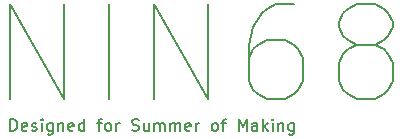
<source format=gto>
%TF.GenerationSoftware,KiCad,Pcbnew,5.1.6-c6e7f7d~87~ubuntu20.04.1*%
%TF.CreationDate,2020-07-22T13:43:27-07:00*%
%TF.ProjectId,keeb,6b656562-2e6b-4696-9361-645f70636258,rev?*%
%TF.SameCoordinates,Original*%
%TF.FileFunction,Legend,Top*%
%TF.FilePolarity,Positive*%
%FSLAX46Y46*%
G04 Gerber Fmt 4.6, Leading zero omitted, Abs format (unit mm)*
G04 Created by KiCad (PCBNEW 5.1.6-c6e7f7d~87~ubuntu20.04.1) date 2020-07-22 13:43:27*
%MOMM*%
%LPD*%
G01*
G04 APERTURE LIST*
%ADD10C,0.150000*%
G04 APERTURE END LIST*
D10*
X-276320000Y267427619D02*
X-276320000Y268427619D01*
X-276081904Y268427619D01*
X-275939047Y268380000D01*
X-275843809Y268284761D01*
X-275796190Y268189523D01*
X-275748571Y267999047D01*
X-275748571Y267856190D01*
X-275796190Y267665714D01*
X-275843809Y267570476D01*
X-275939047Y267475238D01*
X-276081904Y267427619D01*
X-276320000Y267427619D01*
X-274939047Y267475238D02*
X-275034285Y267427619D01*
X-275224761Y267427619D01*
X-275320000Y267475238D01*
X-275367619Y267570476D01*
X-275367619Y267951428D01*
X-275320000Y268046666D01*
X-275224761Y268094285D01*
X-275034285Y268094285D01*
X-274939047Y268046666D01*
X-274891428Y267951428D01*
X-274891428Y267856190D01*
X-275367619Y267760952D01*
X-274510476Y267475238D02*
X-274415238Y267427619D01*
X-274224761Y267427619D01*
X-274129523Y267475238D01*
X-274081904Y267570476D01*
X-274081904Y267618095D01*
X-274129523Y267713333D01*
X-274224761Y267760952D01*
X-274367619Y267760952D01*
X-274462857Y267808571D01*
X-274510476Y267903809D01*
X-274510476Y267951428D01*
X-274462857Y268046666D01*
X-274367619Y268094285D01*
X-274224761Y268094285D01*
X-274129523Y268046666D01*
X-273653333Y267427619D02*
X-273653333Y268094285D01*
X-273653333Y268427619D02*
X-273700952Y268380000D01*
X-273653333Y268332380D01*
X-273605714Y268380000D01*
X-273653333Y268427619D01*
X-273653333Y268332380D01*
X-272748571Y268094285D02*
X-272748571Y267284761D01*
X-272796190Y267189523D01*
X-272843809Y267141904D01*
X-272939047Y267094285D01*
X-273081904Y267094285D01*
X-273177142Y267141904D01*
X-272748571Y267475238D02*
X-272843809Y267427619D01*
X-273034285Y267427619D01*
X-273129523Y267475238D01*
X-273177142Y267522857D01*
X-273224761Y267618095D01*
X-273224761Y267903809D01*
X-273177142Y267999047D01*
X-273129523Y268046666D01*
X-273034285Y268094285D01*
X-272843809Y268094285D01*
X-272748571Y268046666D01*
X-272272380Y268094285D02*
X-272272380Y267427619D01*
X-272272380Y267999047D02*
X-272224761Y268046666D01*
X-272129523Y268094285D01*
X-271986666Y268094285D01*
X-271891428Y268046666D01*
X-271843809Y267951428D01*
X-271843809Y267427619D01*
X-270986666Y267475238D02*
X-271081904Y267427619D01*
X-271272380Y267427619D01*
X-271367619Y267475238D01*
X-271415238Y267570476D01*
X-271415238Y267951428D01*
X-271367619Y268046666D01*
X-271272380Y268094285D01*
X-271081904Y268094285D01*
X-270986666Y268046666D01*
X-270939047Y267951428D01*
X-270939047Y267856190D01*
X-271415238Y267760952D01*
X-270081904Y267427619D02*
X-270081904Y268427619D01*
X-270081904Y267475238D02*
X-270177142Y267427619D01*
X-270367619Y267427619D01*
X-270462857Y267475238D01*
X-270510476Y267522857D01*
X-270558095Y267618095D01*
X-270558095Y267903809D01*
X-270510476Y267999047D01*
X-270462857Y268046666D01*
X-270367619Y268094285D01*
X-270177142Y268094285D01*
X-270081904Y268046666D01*
X-268986666Y268094285D02*
X-268605714Y268094285D01*
X-268843809Y267427619D02*
X-268843809Y268284761D01*
X-268796190Y268380000D01*
X-268700952Y268427619D01*
X-268605714Y268427619D01*
X-268129523Y267427619D02*
X-268224761Y267475238D01*
X-268272380Y267522857D01*
X-268320000Y267618095D01*
X-268320000Y267903809D01*
X-268272380Y267999047D01*
X-268224761Y268046666D01*
X-268129523Y268094285D01*
X-267986666Y268094285D01*
X-267891428Y268046666D01*
X-267843809Y267999047D01*
X-267796190Y267903809D01*
X-267796190Y267618095D01*
X-267843809Y267522857D01*
X-267891428Y267475238D01*
X-267986666Y267427619D01*
X-268129523Y267427619D01*
X-267367619Y267427619D02*
X-267367619Y268094285D01*
X-267367619Y267903809D02*
X-267320000Y267999047D01*
X-267272380Y268046666D01*
X-267177142Y268094285D01*
X-267081904Y268094285D01*
X-266034285Y267475238D02*
X-265891428Y267427619D01*
X-265653333Y267427619D01*
X-265558095Y267475238D01*
X-265510476Y267522857D01*
X-265462857Y267618095D01*
X-265462857Y267713333D01*
X-265510476Y267808571D01*
X-265558095Y267856190D01*
X-265653333Y267903809D01*
X-265843809Y267951428D01*
X-265939047Y267999047D01*
X-265986666Y268046666D01*
X-266034285Y268141904D01*
X-266034285Y268237142D01*
X-265986666Y268332380D01*
X-265939047Y268380000D01*
X-265843809Y268427619D01*
X-265605714Y268427619D01*
X-265462857Y268380000D01*
X-264605714Y268094285D02*
X-264605714Y267427619D01*
X-265034285Y268094285D02*
X-265034285Y267570476D01*
X-264986666Y267475238D01*
X-264891428Y267427619D01*
X-264748571Y267427619D01*
X-264653333Y267475238D01*
X-264605714Y267522857D01*
X-264129523Y267427619D02*
X-264129523Y268094285D01*
X-264129523Y267999047D02*
X-264081904Y268046666D01*
X-263986666Y268094285D01*
X-263843809Y268094285D01*
X-263748571Y268046666D01*
X-263700952Y267951428D01*
X-263700952Y267427619D01*
X-263700952Y267951428D02*
X-263653333Y268046666D01*
X-263558095Y268094285D01*
X-263415238Y268094285D01*
X-263320000Y268046666D01*
X-263272380Y267951428D01*
X-263272380Y267427619D01*
X-262796190Y267427619D02*
X-262796190Y268094285D01*
X-262796190Y267999047D02*
X-262748571Y268046666D01*
X-262653333Y268094285D01*
X-262510476Y268094285D01*
X-262415238Y268046666D01*
X-262367619Y267951428D01*
X-262367619Y267427619D01*
X-262367619Y267951428D02*
X-262320000Y268046666D01*
X-262224761Y268094285D01*
X-262081904Y268094285D01*
X-261986666Y268046666D01*
X-261939047Y267951428D01*
X-261939047Y267427619D01*
X-261081904Y267475238D02*
X-261177142Y267427619D01*
X-261367619Y267427619D01*
X-261462857Y267475238D01*
X-261510476Y267570476D01*
X-261510476Y267951428D01*
X-261462857Y268046666D01*
X-261367619Y268094285D01*
X-261177142Y268094285D01*
X-261081904Y268046666D01*
X-261034285Y267951428D01*
X-261034285Y267856190D01*
X-261510476Y267760952D01*
X-260605714Y267427619D02*
X-260605714Y268094285D01*
X-260605714Y267903809D02*
X-260558095Y267999047D01*
X-260510476Y268046666D01*
X-260415238Y268094285D01*
X-260320000Y268094285D01*
X-259081904Y267427619D02*
X-259177142Y267475238D01*
X-259224761Y267522857D01*
X-259272380Y267618095D01*
X-259272380Y267903809D01*
X-259224761Y267999047D01*
X-259177142Y268046666D01*
X-259081904Y268094285D01*
X-258939047Y268094285D01*
X-258843809Y268046666D01*
X-258796190Y267999047D01*
X-258748571Y267903809D01*
X-258748571Y267618095D01*
X-258796190Y267522857D01*
X-258843809Y267475238D01*
X-258939047Y267427619D01*
X-259081904Y267427619D01*
X-258462857Y268094285D02*
X-258081904Y268094285D01*
X-258320000Y267427619D02*
X-258320000Y268284761D01*
X-258272380Y268380000D01*
X-258177142Y268427619D01*
X-258081904Y268427619D01*
X-256986666Y267427619D02*
X-256986666Y268427619D01*
X-256653333Y267713333D01*
X-256320000Y268427619D01*
X-256320000Y267427619D01*
X-255415238Y267427619D02*
X-255415238Y267951428D01*
X-255462857Y268046666D01*
X-255558095Y268094285D01*
X-255748571Y268094285D01*
X-255843809Y268046666D01*
X-255415238Y267475238D02*
X-255510476Y267427619D01*
X-255748571Y267427619D01*
X-255843809Y267475238D01*
X-255891428Y267570476D01*
X-255891428Y267665714D01*
X-255843809Y267760952D01*
X-255748571Y267808571D01*
X-255510476Y267808571D01*
X-255415238Y267856190D01*
X-254939047Y267427619D02*
X-254939047Y268427619D01*
X-254843809Y267808571D02*
X-254558095Y267427619D01*
X-254558095Y268094285D02*
X-254939047Y267713333D01*
X-254129523Y267427619D02*
X-254129523Y268094285D01*
X-254129523Y268427619D02*
X-254177142Y268380000D01*
X-254129523Y268332380D01*
X-254081904Y268380000D01*
X-254129523Y268427619D01*
X-254129523Y268332380D01*
X-253653333Y268094285D02*
X-253653333Y267427619D01*
X-253653333Y267999047D02*
X-253605714Y268046666D01*
X-253510476Y268094285D01*
X-253367619Y268094285D01*
X-253272380Y268046666D01*
X-253224761Y267951428D01*
X-253224761Y267427619D01*
X-252320000Y268094285D02*
X-252320000Y267284761D01*
X-252367619Y267189523D01*
X-252415238Y267141904D01*
X-252510476Y267094285D01*
X-252653333Y267094285D01*
X-252748571Y267141904D01*
X-252320000Y267475238D02*
X-252415238Y267427619D01*
X-252605714Y267427619D01*
X-252700952Y267475238D01*
X-252748571Y267522857D01*
X-252796190Y267618095D01*
X-252796190Y267903809D01*
X-252748571Y267999047D01*
X-252700952Y268046666D01*
X-252605714Y268094285D01*
X-252415238Y268094285D01*
X-252320000Y268046666D01*
X-276320000Y270150952D02*
X-276320000Y278150952D01*
X-271748571Y270150952D01*
X-271748571Y278150952D01*
X-267939047Y270150952D02*
X-267939047Y278150952D01*
X-264129523Y270150952D02*
X-264129523Y278150952D01*
X-259558095Y270150952D01*
X-259558095Y278150952D01*
X-252320000Y278150952D02*
X-253843809Y278150952D01*
X-254605714Y277770000D01*
X-254986666Y277389047D01*
X-255748571Y276246190D01*
X-256129523Y274722380D01*
X-256129523Y271674761D01*
X-255748571Y270912857D01*
X-255367619Y270531904D01*
X-254605714Y270150952D01*
X-253081904Y270150952D01*
X-252320000Y270531904D01*
X-251939047Y270912857D01*
X-251558095Y271674761D01*
X-251558095Y273579523D01*
X-251939047Y274341428D01*
X-252320000Y274722380D01*
X-253081904Y275103333D01*
X-254605714Y275103333D01*
X-255367619Y274722380D01*
X-255748571Y274341428D01*
X-256129523Y273579523D01*
X-246986666Y274722380D02*
X-247748571Y275103333D01*
X-248129523Y275484285D01*
X-248510476Y276246190D01*
X-248510476Y276627142D01*
X-248129523Y277389047D01*
X-247748571Y277770000D01*
X-246986666Y278150952D01*
X-245462857Y278150952D01*
X-244700952Y277770000D01*
X-244320000Y277389047D01*
X-243939047Y276627142D01*
X-243939047Y276246190D01*
X-244320000Y275484285D01*
X-244700952Y275103333D01*
X-245462857Y274722380D01*
X-246986666Y274722380D01*
X-247748571Y274341428D01*
X-248129523Y273960476D01*
X-248510476Y273198571D01*
X-248510476Y271674761D01*
X-248129523Y270912857D01*
X-247748571Y270531904D01*
X-246986666Y270150952D01*
X-245462857Y270150952D01*
X-244700952Y270531904D01*
X-244320000Y270912857D01*
X-243939047Y271674761D01*
X-243939047Y273198571D01*
X-244320000Y273960476D01*
X-244700952Y274341428D01*
X-245462857Y274722380D01*
M02*

</source>
